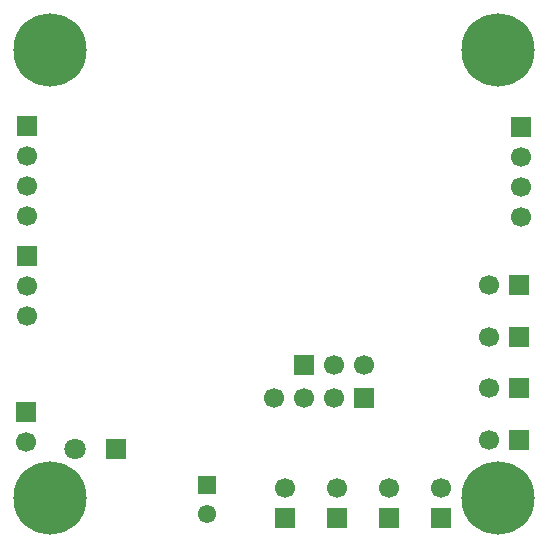
<source format=gbs>
G04 #@! TF.FileFunction,Soldermask,Bot*
%FSLAX46Y46*%
G04 Gerber Fmt 4.6, Leading zero omitted, Abs format (unit mm)*
G04 Created by KiCad (PCBNEW 4.0.1-stable) date 25.01.2016 0:45:01*
%MOMM*%
G01*
G04 APERTURE LIST*
%ADD10C,0.100000*%
%ADD11R,1.800000X1.800000*%
%ADD12C,1.800000*%
%ADD13R,1.550000X1.550000*%
%ADD14C,1.550000*%
%ADD15C,6.200000*%
%ADD16R,1.700000X1.700000*%
%ADD17C,1.700000*%
G04 APERTURE END LIST*
D10*
D11*
X101150000Y-91300000D03*
D12*
X97650000Y-91300000D03*
D13*
X108800000Y-94350000D03*
D14*
X108800000Y-96850000D03*
D15*
X95500000Y-57500000D03*
X133500000Y-57500000D03*
X133500000Y-95500000D03*
X95500000Y-95500000D03*
D16*
X117000000Y-84200000D03*
D17*
X119540000Y-84200000D03*
X122080000Y-84200000D03*
D16*
X122100000Y-87000000D03*
D17*
X119560000Y-87000000D03*
X117020000Y-87000000D03*
X114480000Y-87000000D03*
D16*
X135200000Y-77400000D03*
D17*
X132660000Y-77400000D03*
D16*
X135200000Y-81800000D03*
D17*
X132660000Y-81800000D03*
D16*
X135200000Y-86200000D03*
D17*
X132660000Y-86200000D03*
D16*
X135200000Y-90600000D03*
D17*
X132660000Y-90600000D03*
D16*
X135400000Y-64034000D03*
D17*
X135400000Y-66574000D03*
X135400000Y-69114000D03*
X135400000Y-71654000D03*
D16*
X115400000Y-97200000D03*
D17*
X115400000Y-94660000D03*
D16*
X119800000Y-97200000D03*
D17*
X119800000Y-94660000D03*
D16*
X124200000Y-97200000D03*
D17*
X124200000Y-94660000D03*
D16*
X128600000Y-97200000D03*
D17*
X128600000Y-94660000D03*
D16*
X93500000Y-88200000D03*
D17*
X93500000Y-90740000D03*
D16*
X93600000Y-75000000D03*
D17*
X93600000Y-77540000D03*
X93600000Y-80080000D03*
D16*
X93600000Y-64000000D03*
D17*
X93600000Y-66540000D03*
X93600000Y-69080000D03*
X93600000Y-71620000D03*
M02*

</source>
